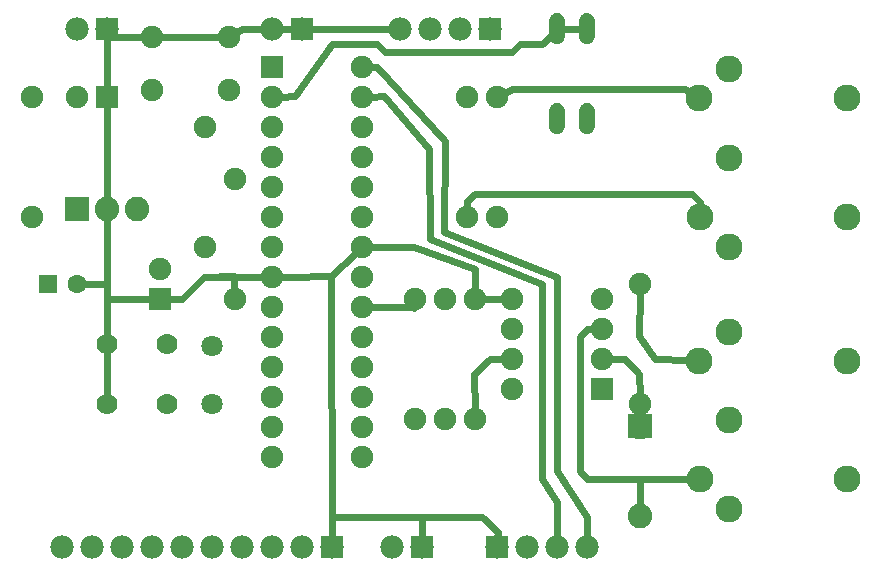
<source format=gbl>
G04 MADE WITH FRITZING*
G04 WWW.FRITZING.ORG*
G04 DOUBLE SIDED*
G04 HOLES PLATED*
G04 CONTOUR ON CENTER OF CONTOUR VECTOR*
%ASAXBY*%
%FSLAX23Y23*%
%MOIN*%
%OFA0B0*%
%SFA1.0B1.0*%
%ADD10C,0.075000*%
%ADD11C,0.062992*%
%ADD12C,0.078000*%
%ADD13C,0.070000*%
%ADD14C,0.070925*%
%ADD15C,0.070866*%
%ADD16C,0.082000*%
%ADD17C,0.090000*%
%ADD18C,0.052000*%
%ADD19R,0.062992X0.062992*%
%ADD20R,0.078000X0.078000*%
%ADD21R,0.075000X0.075000*%
%ADD22R,0.082000X0.082000*%
%ADD23C,0.024000*%
%ADD24R,0.001000X0.001000*%
%LNCOPPER0*%
G90*
G70*
G54D10*
X786Y910D03*
X786Y1310D03*
X111Y1185D03*
X111Y1585D03*
G54D11*
X162Y960D03*
X261Y960D03*
G54D12*
X1011Y1810D03*
X911Y1810D03*
X1661Y85D03*
X1761Y85D03*
X1861Y85D03*
X1961Y85D03*
G54D10*
X910Y1684D03*
X1210Y1684D03*
X910Y1584D03*
X1210Y1584D03*
X910Y1484D03*
X1210Y1484D03*
X910Y1384D03*
X1210Y1384D03*
X910Y1284D03*
X1210Y1284D03*
X910Y1184D03*
X1210Y1184D03*
X910Y1084D03*
X1210Y1084D03*
X910Y984D03*
X1210Y984D03*
X910Y884D03*
X1210Y884D03*
X910Y784D03*
X1210Y784D03*
X910Y684D03*
X1210Y684D03*
X910Y584D03*
X1210Y584D03*
X910Y484D03*
X1210Y484D03*
X910Y384D03*
X1210Y384D03*
G54D13*
X561Y760D03*
X361Y760D03*
X561Y560D03*
X361Y560D03*
G54D10*
X686Y1085D03*
X686Y1485D03*
X767Y1608D03*
X511Y1608D03*
X767Y1785D03*
X511Y1785D03*
G54D14*
X711Y753D03*
G54D15*
X711Y560D03*
G54D16*
X261Y1210D03*
X361Y1210D03*
X461Y1210D03*
G54D10*
X361Y1585D03*
X261Y1585D03*
X536Y910D03*
X536Y1010D03*
G54D12*
X361Y1810D03*
X261Y1810D03*
X1636Y1810D03*
X1536Y1810D03*
X1436Y1810D03*
X1336Y1810D03*
X1411Y85D03*
X1311Y85D03*
G54D10*
X1386Y910D03*
X1386Y510D03*
G54D12*
X1111Y85D03*
X1011Y85D03*
X911Y85D03*
X811Y85D03*
X711Y85D03*
X611Y85D03*
X511Y85D03*
X411Y85D03*
X311Y85D03*
X211Y85D03*
G54D17*
X2435Y507D03*
X2435Y801D03*
X2435Y210D03*
X2336Y310D03*
X2335Y704D03*
X2828Y310D03*
X2828Y704D03*
X2435Y1382D03*
X2435Y1676D03*
X2435Y1085D03*
X2336Y1185D03*
X2335Y1579D03*
X2828Y1185D03*
X2828Y1579D03*
G54D18*
X1861Y1510D03*
X1961Y1510D03*
X1961Y1810D03*
X1861Y1810D03*
G54D10*
X1561Y1185D03*
X1561Y1585D03*
X1661Y1185D03*
X1661Y1585D03*
X2011Y610D03*
X1711Y610D03*
X2011Y710D03*
X1711Y710D03*
X2011Y810D03*
X1711Y810D03*
X2011Y910D03*
X1711Y910D03*
X1586Y510D03*
X1586Y910D03*
X1486Y510D03*
X1486Y910D03*
G54D16*
X2136Y485D03*
X2136Y187D03*
G54D10*
X2136Y960D03*
X2136Y560D03*
G54D19*
X162Y960D03*
G54D20*
X1011Y1810D03*
X1661Y85D03*
G54D21*
X910Y1684D03*
G54D22*
X261Y1210D03*
G54D21*
X361Y1585D03*
X536Y910D03*
G54D20*
X361Y1810D03*
X1636Y1810D03*
X1411Y85D03*
X1111Y85D03*
G54D21*
X2011Y610D03*
G54D22*
X2136Y486D03*
G54D23*
X360Y909D02*
X507Y910D01*
D02*
X361Y985D02*
X360Y909D01*
D02*
X361Y786D02*
X361Y985D01*
D02*
X361Y586D02*
X361Y734D01*
D02*
X785Y986D02*
X685Y985D01*
D02*
X685Y985D02*
X882Y984D01*
D02*
X785Y939D02*
X785Y986D01*
D02*
X785Y986D02*
X685Y985D01*
D02*
X611Y911D02*
X564Y910D01*
D02*
X685Y985D02*
X611Y911D01*
D02*
X785Y939D02*
X785Y986D01*
D02*
X360Y960D02*
X288Y960D01*
D02*
X361Y1011D02*
X360Y960D01*
D02*
X361Y986D02*
X361Y1011D01*
D02*
X2297Y706D02*
X2186Y711D01*
D02*
X2186Y711D02*
X2135Y786D01*
D02*
X2135Y786D02*
X2136Y932D01*
D02*
X2136Y311D02*
X2297Y310D01*
D02*
X2136Y219D02*
X2136Y311D01*
D02*
X2136Y311D02*
X1961Y311D01*
D02*
X1961Y311D02*
X1936Y336D01*
D02*
X2136Y219D02*
X2136Y311D01*
D02*
X1936Y336D02*
X1936Y660D01*
D02*
X1936Y660D02*
X1936Y785D01*
D02*
X1936Y785D02*
X1961Y810D01*
D02*
X1961Y810D02*
X1982Y810D01*
D02*
X2039Y710D02*
X2086Y711D01*
D02*
X2086Y711D02*
X2135Y660D01*
D02*
X2135Y660D02*
X2136Y589D01*
D02*
X2136Y517D02*
X2136Y532D01*
D02*
X361Y1614D02*
X361Y1780D01*
D02*
X361Y1511D02*
X361Y1557D01*
D02*
X361Y1242D02*
X361Y1511D01*
D02*
X1614Y910D02*
X1682Y910D01*
D02*
X1108Y987D02*
X1190Y1064D01*
D02*
X1239Y884D02*
X1385Y885D01*
D02*
X1385Y885D02*
X1385Y882D01*
D02*
X1611Y185D02*
X1411Y185D01*
D02*
X1411Y185D02*
X1411Y115D01*
D02*
X1662Y135D02*
X1611Y185D01*
D02*
X1661Y115D02*
X1662Y135D01*
D02*
X1411Y185D02*
X1111Y185D01*
D02*
X1111Y185D02*
X1111Y135D01*
D02*
X1410Y135D02*
X1411Y185D01*
D02*
X1111Y135D02*
X1111Y115D01*
D02*
X1411Y115D02*
X1410Y135D01*
D02*
X1934Y1810D02*
X1888Y1810D01*
D02*
X1385Y1085D02*
X1586Y1011D01*
D02*
X1586Y1011D02*
X1586Y939D01*
D02*
X1239Y1084D02*
X1385Y1085D01*
D02*
X1811Y960D02*
X1811Y310D01*
D02*
X1811Y310D02*
X1861Y235D01*
D02*
X1436Y1111D02*
X1811Y960D01*
D02*
X1861Y235D02*
X1861Y115D01*
D02*
X1435Y1410D02*
X1436Y1111D01*
D02*
X1285Y1586D02*
X1435Y1410D01*
D02*
X1239Y1584D02*
X1285Y1586D01*
D02*
X1861Y336D02*
X1861Y985D01*
D02*
X1861Y985D02*
X1485Y1135D01*
D02*
X1961Y185D02*
X1861Y336D01*
D02*
X1485Y1135D02*
X1486Y1436D01*
D02*
X1961Y115D02*
X1961Y185D01*
D02*
X1486Y1436D02*
X1260Y1685D01*
D02*
X1260Y1685D02*
X1239Y1684D01*
D02*
X1587Y1260D02*
X2310Y1260D01*
D02*
X2310Y1260D02*
X2336Y1235D01*
D02*
X1561Y1236D02*
X1587Y1260D01*
D02*
X2336Y1235D02*
X2336Y1224D01*
D02*
X1561Y1214D02*
X1561Y1236D01*
D02*
X1710Y1611D02*
X2286Y1610D01*
D02*
X2286Y1610D02*
X2302Y1599D01*
D02*
X1686Y1598D02*
X1710Y1611D01*
D02*
X1811Y1760D02*
X1736Y1761D01*
D02*
X1736Y1761D02*
X1710Y1735D01*
D02*
X1842Y1791D02*
X1811Y1760D01*
D02*
X1710Y1735D02*
X1286Y1735D01*
D02*
X1286Y1735D02*
X1261Y1760D01*
D02*
X1261Y1760D02*
X1111Y1760D01*
D02*
X1111Y1760D02*
X986Y1586D01*
D02*
X986Y1586D02*
X939Y1585D01*
D02*
X1041Y1810D02*
X1306Y1810D01*
D02*
X961Y985D02*
X1108Y987D01*
D02*
X1108Y987D02*
X1111Y115D01*
D02*
X939Y985D02*
X961Y985D01*
D02*
X361Y986D02*
X361Y1178D01*
D02*
X360Y909D02*
X361Y986D01*
D02*
X507Y910D02*
X360Y909D01*
D02*
X941Y1810D02*
X981Y1810D01*
D02*
X810Y1810D02*
X881Y1810D01*
D02*
X792Y1799D02*
X810Y1810D01*
D02*
X1586Y539D02*
X1585Y661D01*
D02*
X1585Y661D02*
X1636Y710D01*
D02*
X1636Y710D02*
X1682Y710D01*
D02*
X361Y1785D02*
X361Y1780D01*
D02*
X482Y1785D02*
X361Y1785D01*
D02*
X738Y1785D02*
X539Y1785D01*
G54D24*
X1856Y1863D02*
X1864Y1863D01*
X1956Y1863D02*
X1963Y1863D01*
X1852Y1862D02*
X1868Y1862D01*
X1952Y1862D02*
X1967Y1862D01*
X1849Y1861D02*
X1870Y1861D01*
X1949Y1861D02*
X1970Y1861D01*
X1847Y1860D02*
X1872Y1860D01*
X1947Y1860D02*
X1972Y1860D01*
X1846Y1859D02*
X1874Y1859D01*
X1946Y1859D02*
X1974Y1859D01*
X1844Y1858D02*
X1875Y1858D01*
X1944Y1858D02*
X1975Y1858D01*
X1843Y1857D02*
X1876Y1857D01*
X1943Y1857D02*
X1976Y1857D01*
X1842Y1856D02*
X1877Y1856D01*
X1942Y1856D02*
X1977Y1856D01*
X1841Y1855D02*
X1878Y1855D01*
X1941Y1855D02*
X1978Y1855D01*
X1840Y1854D02*
X1879Y1854D01*
X1940Y1854D02*
X1979Y1854D01*
X1839Y1853D02*
X1880Y1853D01*
X1939Y1853D02*
X1980Y1853D01*
X1839Y1852D02*
X1881Y1852D01*
X1939Y1852D02*
X1981Y1852D01*
X1838Y1851D02*
X1881Y1851D01*
X1938Y1851D02*
X1981Y1851D01*
X1838Y1850D02*
X1882Y1850D01*
X1937Y1850D02*
X1982Y1850D01*
X1837Y1849D02*
X1882Y1849D01*
X1937Y1849D02*
X1982Y1849D01*
X1836Y1848D02*
X1883Y1848D01*
X1936Y1848D02*
X1983Y1848D01*
X1836Y1847D02*
X1883Y1847D01*
X1936Y1847D02*
X1983Y1847D01*
X1836Y1846D02*
X1884Y1846D01*
X1936Y1846D02*
X1984Y1846D01*
X1835Y1845D02*
X1884Y1845D01*
X1935Y1845D02*
X1984Y1845D01*
X1835Y1844D02*
X1884Y1844D01*
X1935Y1844D02*
X1984Y1844D01*
X1835Y1843D02*
X1885Y1843D01*
X1935Y1843D02*
X1985Y1843D01*
X1835Y1842D02*
X1885Y1842D01*
X1935Y1842D02*
X1985Y1842D01*
X1834Y1841D02*
X1885Y1841D01*
X1934Y1841D02*
X1985Y1841D01*
X1834Y1840D02*
X1885Y1840D01*
X1934Y1840D02*
X1985Y1840D01*
X1834Y1839D02*
X1885Y1839D01*
X1934Y1839D02*
X1985Y1839D01*
X1834Y1838D02*
X1885Y1838D01*
X1934Y1838D02*
X1985Y1838D01*
X1834Y1837D02*
X1885Y1837D01*
X1934Y1837D02*
X1985Y1837D01*
X1834Y1836D02*
X1885Y1836D01*
X1934Y1836D02*
X1985Y1836D01*
X1834Y1835D02*
X1885Y1835D01*
X1934Y1835D02*
X1985Y1835D01*
X1834Y1834D02*
X1885Y1834D01*
X1934Y1834D02*
X1985Y1834D01*
X1834Y1833D02*
X1885Y1833D01*
X1934Y1833D02*
X1985Y1833D01*
X1834Y1832D02*
X1885Y1832D01*
X1934Y1832D02*
X1985Y1832D01*
X1834Y1831D02*
X1885Y1831D01*
X1934Y1831D02*
X1985Y1831D01*
X1834Y1830D02*
X1885Y1830D01*
X1934Y1830D02*
X1985Y1830D01*
X1834Y1829D02*
X1885Y1829D01*
X1934Y1829D02*
X1985Y1829D01*
X1834Y1828D02*
X1885Y1828D01*
X1934Y1828D02*
X1985Y1828D01*
X1834Y1827D02*
X1856Y1827D01*
X1864Y1827D02*
X1885Y1827D01*
X1934Y1827D02*
X1956Y1827D01*
X1964Y1827D02*
X1985Y1827D01*
X1834Y1826D02*
X1853Y1826D01*
X1867Y1826D02*
X1885Y1826D01*
X1934Y1826D02*
X1953Y1826D01*
X1967Y1826D02*
X1985Y1826D01*
X1834Y1825D02*
X1851Y1825D01*
X1869Y1825D02*
X1885Y1825D01*
X1934Y1825D02*
X1951Y1825D01*
X1969Y1825D02*
X1985Y1825D01*
X1834Y1824D02*
X1849Y1824D01*
X1870Y1824D02*
X1885Y1824D01*
X1934Y1824D02*
X1949Y1824D01*
X1970Y1824D02*
X1985Y1824D01*
X1834Y1823D02*
X1848Y1823D01*
X1871Y1823D02*
X1885Y1823D01*
X1934Y1823D02*
X1948Y1823D01*
X1971Y1823D02*
X1985Y1823D01*
X1834Y1822D02*
X1847Y1822D01*
X1872Y1822D02*
X1885Y1822D01*
X1934Y1822D02*
X1947Y1822D01*
X1972Y1822D02*
X1985Y1822D01*
X1834Y1821D02*
X1846Y1821D01*
X1873Y1821D02*
X1885Y1821D01*
X1934Y1821D02*
X1946Y1821D01*
X1973Y1821D02*
X1985Y1821D01*
X1834Y1820D02*
X1846Y1820D01*
X1874Y1820D02*
X1885Y1820D01*
X1934Y1820D02*
X1946Y1820D01*
X1974Y1820D02*
X1985Y1820D01*
X1834Y1819D02*
X1845Y1819D01*
X1874Y1819D02*
X1885Y1819D01*
X1934Y1819D02*
X1945Y1819D01*
X1974Y1819D02*
X1985Y1819D01*
X1834Y1818D02*
X1845Y1818D01*
X1875Y1818D02*
X1885Y1818D01*
X1934Y1818D02*
X1945Y1818D01*
X1975Y1818D02*
X1985Y1818D01*
X1834Y1817D02*
X1844Y1817D01*
X1875Y1817D02*
X1885Y1817D01*
X1934Y1817D02*
X1944Y1817D01*
X1975Y1817D02*
X1985Y1817D01*
X1834Y1816D02*
X1844Y1816D01*
X1876Y1816D02*
X1885Y1816D01*
X1934Y1816D02*
X1944Y1816D01*
X1976Y1816D02*
X1985Y1816D01*
X1834Y1815D02*
X1844Y1815D01*
X1876Y1815D02*
X1885Y1815D01*
X1934Y1815D02*
X1944Y1815D01*
X1976Y1815D02*
X1985Y1815D01*
X1834Y1814D02*
X1843Y1814D01*
X1876Y1814D02*
X1885Y1814D01*
X1934Y1814D02*
X1943Y1814D01*
X1976Y1814D02*
X1985Y1814D01*
X1834Y1813D02*
X1843Y1813D01*
X1876Y1813D02*
X1885Y1813D01*
X1934Y1813D02*
X1943Y1813D01*
X1976Y1813D02*
X1985Y1813D01*
X1834Y1812D02*
X1843Y1812D01*
X1876Y1812D02*
X1885Y1812D01*
X1934Y1812D02*
X1943Y1812D01*
X1976Y1812D02*
X1985Y1812D01*
X1834Y1811D02*
X1843Y1811D01*
X1876Y1811D02*
X1885Y1811D01*
X1934Y1811D02*
X1943Y1811D01*
X1976Y1811D02*
X1985Y1811D01*
X1834Y1810D02*
X1843Y1810D01*
X1876Y1810D02*
X1885Y1810D01*
X1934Y1810D02*
X1943Y1810D01*
X1976Y1810D02*
X1985Y1810D01*
X1834Y1809D02*
X1843Y1809D01*
X1876Y1809D02*
X1885Y1809D01*
X1934Y1809D02*
X1943Y1809D01*
X1976Y1809D02*
X1985Y1809D01*
X1834Y1808D02*
X1844Y1808D01*
X1876Y1808D02*
X1885Y1808D01*
X1934Y1808D02*
X1944Y1808D01*
X1976Y1808D02*
X1985Y1808D01*
X1834Y1807D02*
X1844Y1807D01*
X1876Y1807D02*
X1885Y1807D01*
X1934Y1807D02*
X1944Y1807D01*
X1976Y1807D02*
X1985Y1807D01*
X1834Y1806D02*
X1844Y1806D01*
X1875Y1806D02*
X1885Y1806D01*
X1934Y1806D02*
X1944Y1806D01*
X1975Y1806D02*
X1985Y1806D01*
X1834Y1805D02*
X1845Y1805D01*
X1875Y1805D02*
X1885Y1805D01*
X1934Y1805D02*
X1945Y1805D01*
X1975Y1805D02*
X1985Y1805D01*
X1834Y1804D02*
X1845Y1804D01*
X1874Y1804D02*
X1885Y1804D01*
X1934Y1804D02*
X1945Y1804D01*
X1974Y1804D02*
X1985Y1804D01*
X1834Y1803D02*
X1846Y1803D01*
X1874Y1803D02*
X1885Y1803D01*
X1934Y1803D02*
X1946Y1803D01*
X1974Y1803D02*
X1985Y1803D01*
X1834Y1802D02*
X1846Y1802D01*
X1873Y1802D02*
X1885Y1802D01*
X1934Y1802D02*
X1946Y1802D01*
X1973Y1802D02*
X1985Y1802D01*
X1834Y1801D02*
X1847Y1801D01*
X1872Y1801D02*
X1885Y1801D01*
X1934Y1801D02*
X1947Y1801D01*
X1972Y1801D02*
X1985Y1801D01*
X1834Y1800D02*
X1848Y1800D01*
X1871Y1800D02*
X1885Y1800D01*
X1934Y1800D02*
X1948Y1800D01*
X1971Y1800D02*
X1985Y1800D01*
X1834Y1799D02*
X1849Y1799D01*
X1870Y1799D02*
X1885Y1799D01*
X1934Y1799D02*
X1949Y1799D01*
X1970Y1799D02*
X1985Y1799D01*
X1834Y1798D02*
X1850Y1798D01*
X1869Y1798D02*
X1885Y1798D01*
X1934Y1798D02*
X1950Y1798D01*
X1969Y1798D02*
X1985Y1798D01*
X1834Y1797D02*
X1852Y1797D01*
X1867Y1797D02*
X1885Y1797D01*
X1934Y1797D02*
X1952Y1797D01*
X1967Y1797D02*
X1985Y1797D01*
X1834Y1796D02*
X1855Y1796D01*
X1865Y1796D02*
X1885Y1796D01*
X1934Y1796D02*
X1955Y1796D01*
X1965Y1796D02*
X1985Y1796D01*
X1834Y1795D02*
X1885Y1795D01*
X1934Y1795D02*
X1985Y1795D01*
X1834Y1794D02*
X1885Y1794D01*
X1934Y1794D02*
X1985Y1794D01*
X1834Y1793D02*
X1885Y1793D01*
X1934Y1793D02*
X1985Y1793D01*
X1834Y1792D02*
X1885Y1792D01*
X1934Y1792D02*
X1985Y1792D01*
X1834Y1791D02*
X1885Y1791D01*
X1934Y1791D02*
X1985Y1791D01*
X1834Y1790D02*
X1885Y1790D01*
X1934Y1790D02*
X1985Y1790D01*
X1834Y1789D02*
X1885Y1789D01*
X1934Y1789D02*
X1985Y1789D01*
X1834Y1788D02*
X1885Y1788D01*
X1934Y1788D02*
X1985Y1788D01*
X1834Y1787D02*
X1885Y1787D01*
X1934Y1787D02*
X1985Y1787D01*
X1834Y1786D02*
X1885Y1786D01*
X1934Y1786D02*
X1985Y1786D01*
X1834Y1785D02*
X1885Y1785D01*
X1934Y1785D02*
X1985Y1785D01*
X1834Y1784D02*
X1885Y1784D01*
X1934Y1784D02*
X1985Y1784D01*
X1834Y1783D02*
X1885Y1783D01*
X1934Y1783D02*
X1985Y1783D01*
X1834Y1782D02*
X1885Y1782D01*
X1934Y1782D02*
X1985Y1782D01*
X1835Y1781D02*
X1885Y1781D01*
X1935Y1781D02*
X1985Y1781D01*
X1835Y1780D02*
X1885Y1780D01*
X1935Y1780D02*
X1985Y1780D01*
X1835Y1779D02*
X1884Y1779D01*
X1935Y1779D02*
X1984Y1779D01*
X1835Y1778D02*
X1884Y1778D01*
X1935Y1778D02*
X1984Y1778D01*
X1836Y1777D02*
X1884Y1777D01*
X1936Y1777D02*
X1984Y1777D01*
X1836Y1776D02*
X1883Y1776D01*
X1936Y1776D02*
X1983Y1776D01*
X1836Y1775D02*
X1883Y1775D01*
X1936Y1775D02*
X1983Y1775D01*
X1837Y1774D02*
X1883Y1774D01*
X1937Y1774D02*
X1983Y1774D01*
X1837Y1773D02*
X1882Y1773D01*
X1937Y1773D02*
X1982Y1773D01*
X1838Y1772D02*
X1882Y1772D01*
X1938Y1772D02*
X1981Y1772D01*
X1839Y1771D02*
X1881Y1771D01*
X1939Y1771D02*
X1981Y1771D01*
X1839Y1770D02*
X1880Y1770D01*
X1939Y1770D02*
X1980Y1770D01*
X1840Y1769D02*
X1879Y1769D01*
X1940Y1769D02*
X1979Y1769D01*
X1841Y1768D02*
X1879Y1768D01*
X1941Y1768D02*
X1979Y1768D01*
X1842Y1767D02*
X1878Y1767D01*
X1942Y1767D02*
X1978Y1767D01*
X1843Y1766D02*
X1877Y1766D01*
X1943Y1766D02*
X1977Y1766D01*
X1844Y1765D02*
X1875Y1765D01*
X1944Y1765D02*
X1975Y1765D01*
X1845Y1764D02*
X1874Y1764D01*
X1945Y1764D02*
X1974Y1764D01*
X1847Y1763D02*
X1872Y1763D01*
X1947Y1763D02*
X1972Y1763D01*
X1849Y1762D02*
X1871Y1762D01*
X1949Y1762D02*
X1971Y1762D01*
X1851Y1761D02*
X1868Y1761D01*
X1951Y1761D02*
X1968Y1761D01*
X1855Y1760D02*
X1865Y1760D01*
X1955Y1760D02*
X1965Y1760D01*
X1855Y1563D02*
X1864Y1563D01*
X1955Y1563D02*
X1964Y1563D01*
X1852Y1562D02*
X1868Y1562D01*
X1952Y1562D02*
X1968Y1562D01*
X1849Y1561D02*
X1870Y1561D01*
X1949Y1561D02*
X1970Y1561D01*
X1847Y1560D02*
X1872Y1560D01*
X1947Y1560D02*
X1972Y1560D01*
X1846Y1559D02*
X1874Y1559D01*
X1946Y1559D02*
X1974Y1559D01*
X1844Y1558D02*
X1875Y1558D01*
X1944Y1558D02*
X1975Y1558D01*
X1843Y1557D02*
X1876Y1557D01*
X1943Y1557D02*
X1976Y1557D01*
X1842Y1556D02*
X1877Y1556D01*
X1942Y1556D02*
X1977Y1556D01*
X1841Y1555D02*
X1878Y1555D01*
X1941Y1555D02*
X1978Y1555D01*
X1840Y1554D02*
X1879Y1554D01*
X1940Y1554D02*
X1979Y1554D01*
X1839Y1553D02*
X1880Y1553D01*
X1939Y1553D02*
X1980Y1553D01*
X1839Y1552D02*
X1881Y1552D01*
X1939Y1552D02*
X1981Y1552D01*
X1838Y1551D02*
X1881Y1551D01*
X1938Y1551D02*
X1981Y1551D01*
X1837Y1550D02*
X1882Y1550D01*
X1937Y1550D02*
X1982Y1550D01*
X1837Y1549D02*
X1883Y1549D01*
X1937Y1549D02*
X1982Y1549D01*
X1836Y1548D02*
X1883Y1548D01*
X1936Y1548D02*
X1983Y1548D01*
X1836Y1547D02*
X1883Y1547D01*
X1936Y1547D02*
X1983Y1547D01*
X1836Y1546D02*
X1884Y1546D01*
X1936Y1546D02*
X1984Y1546D01*
X1835Y1545D02*
X1884Y1545D01*
X1935Y1545D02*
X1984Y1545D01*
X1835Y1544D02*
X1884Y1544D01*
X1935Y1544D02*
X1984Y1544D01*
X1835Y1543D02*
X1885Y1543D01*
X1935Y1543D02*
X1985Y1543D01*
X1835Y1542D02*
X1885Y1542D01*
X1935Y1542D02*
X1985Y1542D01*
X1834Y1541D02*
X1885Y1541D01*
X1934Y1541D02*
X1985Y1541D01*
X1834Y1540D02*
X1885Y1540D01*
X1934Y1540D02*
X1985Y1540D01*
X1834Y1539D02*
X1885Y1539D01*
X1934Y1539D02*
X1985Y1539D01*
X1834Y1538D02*
X1885Y1538D01*
X1934Y1538D02*
X1985Y1538D01*
X1834Y1537D02*
X1885Y1537D01*
X1934Y1537D02*
X1985Y1537D01*
X1834Y1536D02*
X1885Y1536D01*
X1934Y1536D02*
X1985Y1536D01*
X1834Y1535D02*
X1885Y1535D01*
X1934Y1535D02*
X1985Y1535D01*
X1834Y1534D02*
X1885Y1534D01*
X1934Y1534D02*
X1985Y1534D01*
X1834Y1533D02*
X1885Y1533D01*
X1934Y1533D02*
X1985Y1533D01*
X1834Y1532D02*
X1885Y1532D01*
X1934Y1532D02*
X1985Y1532D01*
X1834Y1531D02*
X1885Y1531D01*
X1934Y1531D02*
X1985Y1531D01*
X1834Y1530D02*
X1885Y1530D01*
X1934Y1530D02*
X1985Y1530D01*
X1834Y1529D02*
X1885Y1529D01*
X1934Y1529D02*
X1985Y1529D01*
X1834Y1528D02*
X1885Y1528D01*
X1934Y1528D02*
X1985Y1528D01*
X1834Y1527D02*
X1856Y1527D01*
X1864Y1527D02*
X1885Y1527D01*
X1934Y1527D02*
X1956Y1527D01*
X1964Y1527D02*
X1985Y1527D01*
X1834Y1526D02*
X1853Y1526D01*
X1867Y1526D02*
X1885Y1526D01*
X1934Y1526D02*
X1953Y1526D01*
X1967Y1526D02*
X1985Y1526D01*
X1834Y1525D02*
X1851Y1525D01*
X1869Y1525D02*
X1885Y1525D01*
X1934Y1525D02*
X1951Y1525D01*
X1969Y1525D02*
X1985Y1525D01*
X1834Y1524D02*
X1849Y1524D01*
X1870Y1524D02*
X1885Y1524D01*
X1934Y1524D02*
X1949Y1524D01*
X1970Y1524D02*
X1985Y1524D01*
X1834Y1523D02*
X1848Y1523D01*
X1871Y1523D02*
X1885Y1523D01*
X1934Y1523D02*
X1948Y1523D01*
X1971Y1523D02*
X1985Y1523D01*
X1834Y1522D02*
X1847Y1522D01*
X1872Y1522D02*
X1885Y1522D01*
X1934Y1522D02*
X1947Y1522D01*
X1972Y1522D02*
X1985Y1522D01*
X1834Y1521D02*
X1846Y1521D01*
X1873Y1521D02*
X1885Y1521D01*
X1934Y1521D02*
X1946Y1521D01*
X1973Y1521D02*
X1985Y1521D01*
X1834Y1520D02*
X1846Y1520D01*
X1874Y1520D02*
X1885Y1520D01*
X1934Y1520D02*
X1946Y1520D01*
X1974Y1520D02*
X1985Y1520D01*
X1834Y1519D02*
X1845Y1519D01*
X1874Y1519D02*
X1885Y1519D01*
X1934Y1519D02*
X1945Y1519D01*
X1974Y1519D02*
X1985Y1519D01*
X1834Y1518D02*
X1845Y1518D01*
X1875Y1518D02*
X1885Y1518D01*
X1934Y1518D02*
X1945Y1518D01*
X1975Y1518D02*
X1985Y1518D01*
X1834Y1517D02*
X1844Y1517D01*
X1875Y1517D02*
X1885Y1517D01*
X1934Y1517D02*
X1944Y1517D01*
X1975Y1517D02*
X1985Y1517D01*
X1834Y1516D02*
X1844Y1516D01*
X1876Y1516D02*
X1885Y1516D01*
X1934Y1516D02*
X1944Y1516D01*
X1976Y1516D02*
X1985Y1516D01*
X1834Y1515D02*
X1844Y1515D01*
X1876Y1515D02*
X1885Y1515D01*
X1934Y1515D02*
X1944Y1515D01*
X1976Y1515D02*
X1985Y1515D01*
X1834Y1514D02*
X1843Y1514D01*
X1876Y1514D02*
X1885Y1514D01*
X1934Y1514D02*
X1943Y1514D01*
X1976Y1514D02*
X1985Y1514D01*
X1834Y1513D02*
X1843Y1513D01*
X1876Y1513D02*
X1885Y1513D01*
X1934Y1513D02*
X1943Y1513D01*
X1976Y1513D02*
X1985Y1513D01*
X1834Y1512D02*
X1843Y1512D01*
X1876Y1512D02*
X1885Y1512D01*
X1934Y1512D02*
X1943Y1512D01*
X1976Y1512D02*
X1985Y1512D01*
X1834Y1511D02*
X1843Y1511D01*
X1876Y1511D02*
X1885Y1511D01*
X1934Y1511D02*
X1943Y1511D01*
X1976Y1511D02*
X1985Y1511D01*
X1834Y1510D02*
X1843Y1510D01*
X1876Y1510D02*
X1885Y1510D01*
X1934Y1510D02*
X1943Y1510D01*
X1976Y1510D02*
X1985Y1510D01*
X1834Y1509D02*
X1843Y1509D01*
X1876Y1509D02*
X1885Y1509D01*
X1934Y1509D02*
X1943Y1509D01*
X1976Y1509D02*
X1985Y1509D01*
X1834Y1508D02*
X1844Y1508D01*
X1876Y1508D02*
X1885Y1508D01*
X1934Y1508D02*
X1944Y1508D01*
X1976Y1508D02*
X1985Y1508D01*
X1834Y1507D02*
X1844Y1507D01*
X1876Y1507D02*
X1885Y1507D01*
X1934Y1507D02*
X1944Y1507D01*
X1976Y1507D02*
X1985Y1507D01*
X1834Y1506D02*
X1844Y1506D01*
X1875Y1506D02*
X1885Y1506D01*
X1934Y1506D02*
X1944Y1506D01*
X1975Y1506D02*
X1985Y1506D01*
X1834Y1505D02*
X1845Y1505D01*
X1875Y1505D02*
X1885Y1505D01*
X1934Y1505D02*
X1945Y1505D01*
X1975Y1505D02*
X1985Y1505D01*
X1834Y1504D02*
X1845Y1504D01*
X1874Y1504D02*
X1885Y1504D01*
X1934Y1504D02*
X1945Y1504D01*
X1974Y1504D02*
X1985Y1504D01*
X1834Y1503D02*
X1846Y1503D01*
X1874Y1503D02*
X1885Y1503D01*
X1934Y1503D02*
X1946Y1503D01*
X1974Y1503D02*
X1985Y1503D01*
X1834Y1502D02*
X1846Y1502D01*
X1873Y1502D02*
X1885Y1502D01*
X1934Y1502D02*
X1946Y1502D01*
X1973Y1502D02*
X1985Y1502D01*
X1834Y1501D02*
X1847Y1501D01*
X1872Y1501D02*
X1885Y1501D01*
X1934Y1501D02*
X1947Y1501D01*
X1972Y1501D02*
X1985Y1501D01*
X1834Y1500D02*
X1848Y1500D01*
X1871Y1500D02*
X1885Y1500D01*
X1934Y1500D02*
X1948Y1500D01*
X1971Y1500D02*
X1985Y1500D01*
X1834Y1499D02*
X1849Y1499D01*
X1870Y1499D02*
X1885Y1499D01*
X1934Y1499D02*
X1949Y1499D01*
X1970Y1499D02*
X1985Y1499D01*
X1834Y1498D02*
X1851Y1498D01*
X1869Y1498D02*
X1885Y1498D01*
X1934Y1498D02*
X1951Y1498D01*
X1969Y1498D02*
X1985Y1498D01*
X1834Y1497D02*
X1852Y1497D01*
X1867Y1497D02*
X1885Y1497D01*
X1934Y1497D02*
X1952Y1497D01*
X1967Y1497D02*
X1985Y1497D01*
X1834Y1496D02*
X1855Y1496D01*
X1864Y1496D02*
X1885Y1496D01*
X1934Y1496D02*
X1955Y1496D01*
X1964Y1496D02*
X1985Y1496D01*
X1834Y1495D02*
X1885Y1495D01*
X1934Y1495D02*
X1985Y1495D01*
X1834Y1494D02*
X1885Y1494D01*
X1934Y1494D02*
X1985Y1494D01*
X1834Y1493D02*
X1885Y1493D01*
X1934Y1493D02*
X1985Y1493D01*
X1834Y1492D02*
X1885Y1492D01*
X1934Y1492D02*
X1985Y1492D01*
X1834Y1491D02*
X1885Y1491D01*
X1934Y1491D02*
X1985Y1491D01*
X1834Y1490D02*
X1885Y1490D01*
X1934Y1490D02*
X1985Y1490D01*
X1834Y1489D02*
X1885Y1489D01*
X1934Y1489D02*
X1985Y1489D01*
X1834Y1488D02*
X1885Y1488D01*
X1934Y1488D02*
X1985Y1488D01*
X1834Y1487D02*
X1885Y1487D01*
X1934Y1487D02*
X1985Y1487D01*
X1834Y1486D02*
X1885Y1486D01*
X1934Y1486D02*
X1985Y1486D01*
X1834Y1485D02*
X1885Y1485D01*
X1934Y1485D02*
X1985Y1485D01*
X1834Y1484D02*
X1885Y1484D01*
X1934Y1484D02*
X1985Y1484D01*
X1834Y1483D02*
X1885Y1483D01*
X1934Y1483D02*
X1985Y1483D01*
X1834Y1482D02*
X1885Y1482D01*
X1934Y1482D02*
X1985Y1482D01*
X1835Y1481D02*
X1885Y1481D01*
X1935Y1481D02*
X1985Y1481D01*
X1835Y1480D02*
X1885Y1480D01*
X1935Y1480D02*
X1985Y1480D01*
X1835Y1479D02*
X1884Y1479D01*
X1935Y1479D02*
X1984Y1479D01*
X1835Y1478D02*
X1884Y1478D01*
X1935Y1478D02*
X1984Y1478D01*
X1836Y1477D02*
X1884Y1477D01*
X1936Y1477D02*
X1984Y1477D01*
X1836Y1476D02*
X1883Y1476D01*
X1936Y1476D02*
X1983Y1476D01*
X1836Y1475D02*
X1883Y1475D01*
X1936Y1475D02*
X1983Y1475D01*
X1837Y1474D02*
X1883Y1474D01*
X1937Y1474D02*
X1983Y1474D01*
X1837Y1473D02*
X1882Y1473D01*
X1937Y1473D02*
X1982Y1473D01*
X1838Y1472D02*
X1881Y1472D01*
X1938Y1472D02*
X1981Y1472D01*
X1839Y1471D02*
X1881Y1471D01*
X1939Y1471D02*
X1981Y1471D01*
X1839Y1470D02*
X1880Y1470D01*
X1939Y1470D02*
X1980Y1470D01*
X1840Y1469D02*
X1879Y1469D01*
X1940Y1469D02*
X1979Y1469D01*
X1841Y1468D02*
X1879Y1468D01*
X1941Y1468D02*
X1978Y1468D01*
X1842Y1467D02*
X1878Y1467D01*
X1942Y1467D02*
X1978Y1467D01*
X1843Y1466D02*
X1876Y1466D01*
X1943Y1466D02*
X1976Y1466D01*
X1844Y1465D02*
X1875Y1465D01*
X1944Y1465D02*
X1975Y1465D01*
X1846Y1464D02*
X1874Y1464D01*
X1946Y1464D02*
X1974Y1464D01*
X1847Y1463D02*
X1872Y1463D01*
X1947Y1463D02*
X1972Y1463D01*
X1849Y1462D02*
X1870Y1462D01*
X1949Y1462D02*
X1970Y1462D01*
X1851Y1461D02*
X1868Y1461D01*
X1951Y1461D02*
X1968Y1461D01*
X1855Y1460D02*
X1865Y1460D01*
X1955Y1460D02*
X1965Y1460D01*
D02*
G04 End of Copper0*
M02*
</source>
